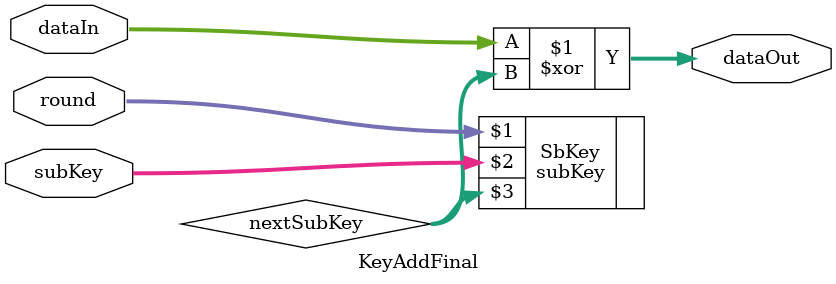
<source format=v>




module KeyAddFinal(
input [0:7]round,
input [0:127]dataIn,
input [0:127]subKey,
output [0:127]dataOut
    );


wire [0:127]nextSubKey;

assign dataOut=dataIn ^ nextSubKey;// done key addition part
subKey SbKey(round,subKey,nextSubKey);    
endmodule


</source>
